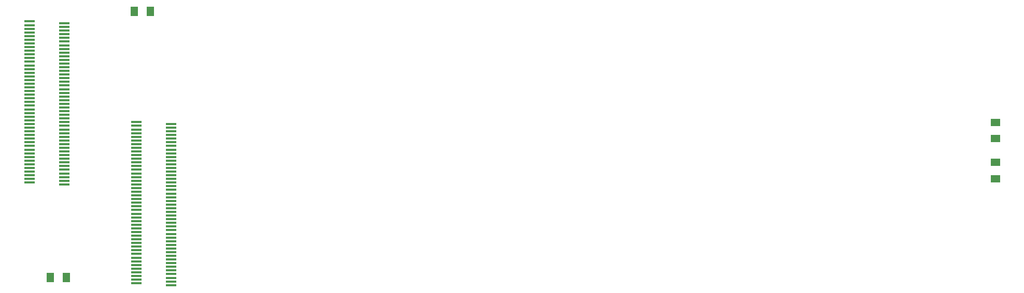
<source format=gtp>
G04 Layer_Color=8421504*
%FSLAX25Y25*%
%MOIN*%
G70*
G01*
G75*
%ADD13R,0.04500X0.06000*%
%ADD14R,0.06693X0.01181*%
%ADD15R,0.06000X0.04500*%
D13*
X62832Y16727D02*
D03*
X73332D02*
D03*
X116838Y188250D02*
D03*
X127338D02*
D03*
D14*
X118236Y20039D02*
D03*
Y24764D02*
D03*
Y22402D02*
D03*
Y12953D02*
D03*
Y17677D02*
D03*
Y15315D02*
D03*
Y36575D02*
D03*
Y34213D02*
D03*
Y27126D02*
D03*
Y31850D02*
D03*
Y29488D02*
D03*
Y41299D02*
D03*
Y38937D02*
D03*
Y43661D02*
D03*
Y48386D02*
D03*
Y46024D02*
D03*
Y57835D02*
D03*
Y62559D02*
D03*
Y60197D02*
D03*
Y50748D02*
D03*
Y55472D02*
D03*
Y53110D02*
D03*
Y72008D02*
D03*
Y76732D02*
D03*
Y74370D02*
D03*
Y64921D02*
D03*
Y69646D02*
D03*
Y67283D02*
D03*
Y88543D02*
D03*
Y90906D02*
D03*
Y79094D02*
D03*
Y86181D02*
D03*
Y81457D02*
D03*
Y100354D02*
D03*
Y105079D02*
D03*
Y102717D02*
D03*
Y93268D02*
D03*
Y97992D02*
D03*
Y95630D02*
D03*
Y114528D02*
D03*
Y116890D02*
D03*
Y107441D02*
D03*
Y112165D02*
D03*
Y109803D02*
D03*
X140480Y18858D02*
D03*
Y23583D02*
D03*
Y21220D02*
D03*
Y11772D02*
D03*
Y16496D02*
D03*
Y14134D02*
D03*
Y35394D02*
D03*
Y33032D02*
D03*
Y25945D02*
D03*
Y30669D02*
D03*
Y28307D02*
D03*
Y44843D02*
D03*
Y49567D02*
D03*
Y47205D02*
D03*
Y37756D02*
D03*
Y42480D02*
D03*
Y40118D02*
D03*
Y51929D02*
D03*
Y56654D02*
D03*
Y54291D02*
D03*
Y61378D02*
D03*
Y59016D02*
D03*
Y70827D02*
D03*
Y75551D02*
D03*
Y73189D02*
D03*
Y63740D02*
D03*
Y68465D02*
D03*
Y66102D02*
D03*
Y77913D02*
D03*
X118236Y83819D02*
D03*
X140480Y80276D02*
D03*
Y82638D02*
D03*
Y87362D02*
D03*
Y85000D02*
D03*
Y96811D02*
D03*
Y101535D02*
D03*
Y99173D02*
D03*
Y89724D02*
D03*
Y94449D02*
D03*
Y92087D02*
D03*
Y110984D02*
D03*
Y115709D02*
D03*
Y113347D02*
D03*
Y103898D02*
D03*
Y108622D02*
D03*
Y106260D02*
D03*
X49638Y85000D02*
D03*
Y89724D02*
D03*
Y87362D02*
D03*
Y77913D02*
D03*
Y82638D02*
D03*
Y80276D02*
D03*
Y101535D02*
D03*
Y99173D02*
D03*
Y92087D02*
D03*
Y96811D02*
D03*
Y94449D02*
D03*
Y106260D02*
D03*
Y103898D02*
D03*
Y108622D02*
D03*
Y113347D02*
D03*
Y110984D02*
D03*
Y122795D02*
D03*
Y127520D02*
D03*
Y125157D02*
D03*
Y115709D02*
D03*
Y120433D02*
D03*
Y118071D02*
D03*
Y136969D02*
D03*
Y141693D02*
D03*
Y139331D02*
D03*
Y129882D02*
D03*
Y134606D02*
D03*
Y132244D02*
D03*
Y153504D02*
D03*
Y155866D02*
D03*
Y144055D02*
D03*
Y151142D02*
D03*
Y146417D02*
D03*
Y165315D02*
D03*
Y170039D02*
D03*
Y167677D02*
D03*
Y158228D02*
D03*
Y162953D02*
D03*
Y160591D02*
D03*
Y179488D02*
D03*
Y181850D02*
D03*
Y172402D02*
D03*
Y177126D02*
D03*
Y174764D02*
D03*
X71882Y83819D02*
D03*
Y88543D02*
D03*
Y86181D02*
D03*
Y76732D02*
D03*
Y81457D02*
D03*
Y79094D02*
D03*
Y100354D02*
D03*
Y97992D02*
D03*
Y90906D02*
D03*
Y95630D02*
D03*
Y93268D02*
D03*
Y109803D02*
D03*
Y114528D02*
D03*
Y112165D02*
D03*
Y102717D02*
D03*
Y107441D02*
D03*
Y105079D02*
D03*
Y116890D02*
D03*
Y121614D02*
D03*
Y119252D02*
D03*
Y126339D02*
D03*
Y123976D02*
D03*
Y135787D02*
D03*
Y140512D02*
D03*
Y138150D02*
D03*
Y128701D02*
D03*
Y133425D02*
D03*
Y131063D02*
D03*
Y142874D02*
D03*
X49638Y148780D02*
D03*
X71882Y145236D02*
D03*
Y147599D02*
D03*
Y152323D02*
D03*
Y149961D02*
D03*
Y161772D02*
D03*
Y166496D02*
D03*
Y164134D02*
D03*
Y154685D02*
D03*
Y159409D02*
D03*
Y157047D02*
D03*
Y175945D02*
D03*
Y180669D02*
D03*
Y178307D02*
D03*
Y168858D02*
D03*
Y173583D02*
D03*
Y171221D02*
D03*
D15*
X670487Y116722D02*
D03*
Y106222D02*
D03*
Y80406D02*
D03*
Y90906D02*
D03*
M02*

</source>
